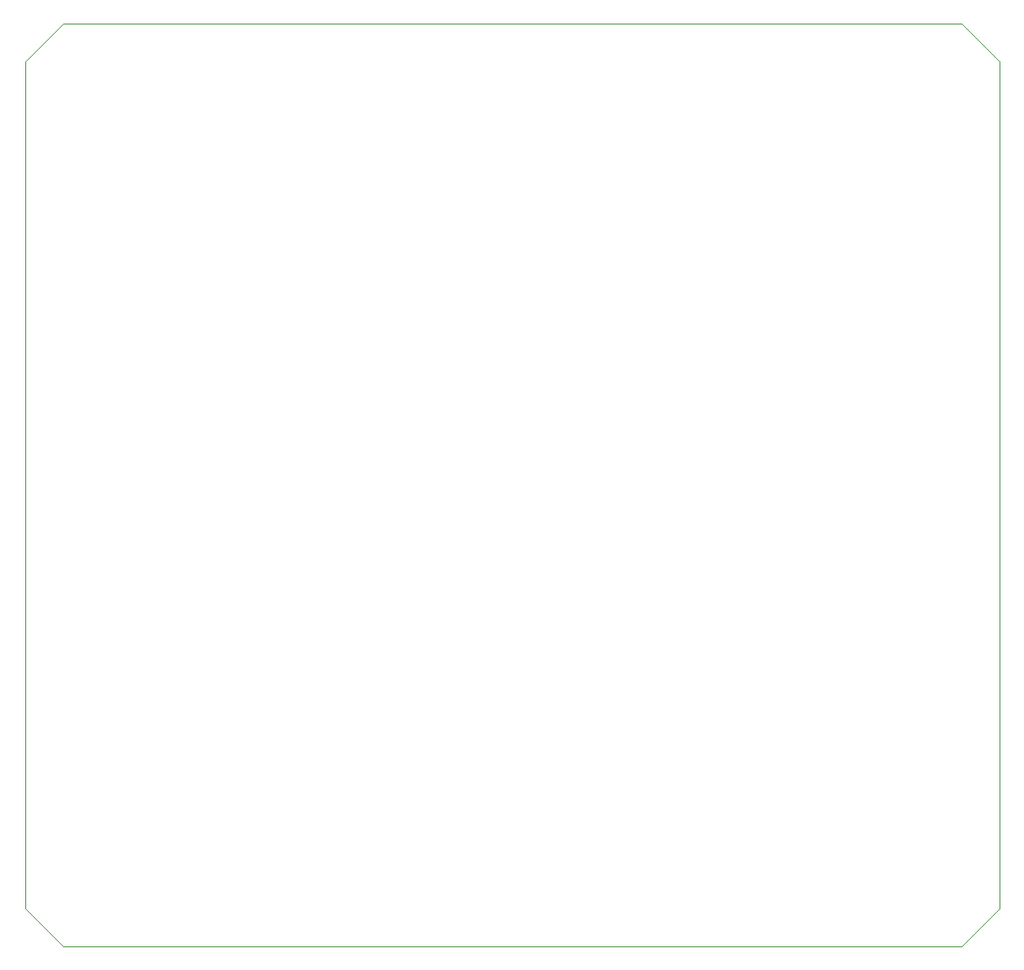
<source format=gbr>
G04 #@! TF.GenerationSoftware,KiCad,Pcbnew,(5.1.2)-2*
G04 #@! TF.CreationDate,2019-12-29T19:31:18+08:00*
G04 #@! TF.ProjectId,redox-receiver,7265646f-782d-4726-9563-65697665722e,rev?*
G04 #@! TF.SameCoordinates,Original*
G04 #@! TF.FileFunction,Profile,NP*
%FSLAX46Y46*%
G04 Gerber Fmt 4.6, Leading zero omitted, Abs format (unit mm)*
G04 Created by KiCad (PCBNEW (5.1.2)-2) date 2019-12-29 19:31:18*
%MOMM*%
%LPD*%
G04 APERTURE LIST*
%ADD10C,0.100000*%
G04 APERTURE END LIST*
D10*
X168910000Y-55880000D02*
X172720000Y-59690000D01*
X168910000Y-148590000D02*
X172720000Y-144780000D01*
X74930000Y-144780000D02*
X78740000Y-148590000D01*
X78740000Y-55880000D02*
X74930000Y-59690000D01*
X121920000Y-148590000D02*
X168910000Y-148590000D01*
X172720000Y-59690000D02*
X172720000Y-144780000D01*
X78740000Y-55880000D02*
X168910000Y-55880000D01*
X74930000Y-144780000D02*
X74930000Y-59690000D01*
X121920000Y-148590000D02*
X78740000Y-148590000D01*
M02*

</source>
